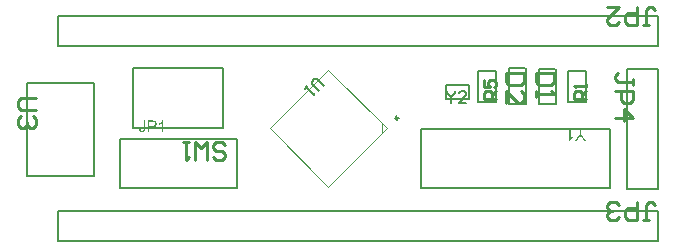
<source format=gbr>
%TF.GenerationSoftware,Altium Limited,Altium Designer,21.4.1 (30)*%
G04 Layer_Color=16711935*
%FSLAX45Y45*%
%MOMM*%
%TF.SameCoordinates,7FD8979F-C22B-4491-80EA-6B84785AAA14*%
%TF.FilePolarity,Positive*%
%TF.FileFunction,Other,Mechanical_1*%
%TF.Part,Single*%
G01*
G75*
%TA.AperFunction,NonConductor*%
%ADD30C,0.20000*%
%ADD48C,0.25000*%
%ADD49C,0.10000*%
%ADD66C,0.25400*%
G36*
X865995Y1143725D02*
Y1143576D01*
Y1143131D01*
Y1142536D01*
Y1141645D01*
X865846Y1140605D01*
Y1139416D01*
X865698Y1136741D01*
X865252Y1133621D01*
X864806Y1130500D01*
X864063Y1127380D01*
X863023Y1124705D01*
X862875Y1124408D01*
X862429Y1123665D01*
X861686Y1122477D01*
X860794Y1120991D01*
X859457Y1119208D01*
X857823Y1117573D01*
X855742Y1115939D01*
X853513Y1114453D01*
X853216Y1114304D01*
X852325Y1113858D01*
X850987Y1113413D01*
X849204Y1112818D01*
X846975Y1112075D01*
X844449Y1111629D01*
X841478Y1111184D01*
X838357Y1111035D01*
X837169D01*
X836277Y1111184D01*
X835237Y1111332D01*
X833900Y1111481D01*
X831076Y1111927D01*
X827956Y1112818D01*
X824687Y1114156D01*
X823052Y1114898D01*
X821567Y1115939D01*
X820081Y1116979D01*
X818743Y1118316D01*
Y1118465D01*
X818446Y1118613D01*
X818149Y1119059D01*
X817703Y1119653D01*
X817109Y1120545D01*
X816663Y1121436D01*
X815920Y1122625D01*
X815326Y1123814D01*
X814731Y1125300D01*
X814137Y1126934D01*
X813543Y1128717D01*
X813097Y1130798D01*
X812651Y1132878D01*
X812354Y1135255D01*
X812205Y1137633D01*
Y1140307D01*
X823795Y1141942D01*
Y1141793D01*
Y1141496D01*
Y1140902D01*
X823944Y1140159D01*
Y1139267D01*
X824093Y1138227D01*
X824538Y1135850D01*
X824984Y1133175D01*
X825727Y1130649D01*
X826767Y1128420D01*
X827362Y1127380D01*
X827956Y1126488D01*
X828105Y1126340D01*
X828699Y1125894D01*
X829442Y1125151D01*
X830631Y1124557D01*
X832116Y1123814D01*
X833900Y1123071D01*
X835980Y1122625D01*
X838357Y1122477D01*
X839249D01*
X840140Y1122625D01*
X841180Y1122774D01*
X842518Y1123071D01*
X844004Y1123368D01*
X845341Y1123962D01*
X846678Y1124705D01*
X846827Y1124854D01*
X847273Y1125151D01*
X847867Y1125597D01*
X848610Y1126340D01*
X849501Y1127083D01*
X850244Y1128123D01*
X850987Y1129312D01*
X851582Y1130649D01*
Y1130798D01*
X851879Y1131392D01*
X852028Y1132283D01*
X852325Y1133621D01*
X852622Y1135404D01*
X852770Y1137484D01*
X853068Y1140010D01*
Y1142982D01*
Y1210293D01*
X865995D01*
Y1143725D01*
D02*
G37*
G36*
X1018300Y1112670D02*
X1006264D01*
Y1189045D01*
X1006115Y1188896D01*
X1005521Y1188302D01*
X1004481Y1187559D01*
X1003144Y1186519D01*
X1001509Y1185182D01*
X999577Y1183844D01*
X997349Y1182210D01*
X994822Y1180724D01*
X994674D01*
X994525Y1180575D01*
X993634Y1179981D01*
X992296Y1179238D01*
X990662Y1178346D01*
X988730Y1177306D01*
X986650Y1176415D01*
X984421Y1175375D01*
X982341Y1174483D01*
Y1186222D01*
X982490D01*
X982787Y1186370D01*
X983381Y1186667D01*
X983975Y1187113D01*
X984867Y1187559D01*
X985907Y1188005D01*
X988285Y1189342D01*
X990959Y1190977D01*
X993931Y1192908D01*
X996903Y1195137D01*
X999726Y1197514D01*
X999875Y1197663D01*
X1000023Y1197812D01*
X1000915Y1198703D01*
X1002252Y1200041D01*
X1003886Y1201675D01*
X1005670Y1203755D01*
X1007453Y1205984D01*
X1009087Y1208362D01*
X1010424Y1210739D01*
X1018300D01*
Y1112670D01*
D02*
G37*
G36*
X929294Y1210145D02*
X931672Y1209996D01*
X934198Y1209847D01*
X936575Y1209550D01*
X938655Y1209253D01*
X938953D01*
X939844Y1208956D01*
X941182Y1208659D01*
X942816Y1208213D01*
X944748Y1207619D01*
X946679Y1206876D01*
X948760Y1205836D01*
X950691Y1204647D01*
X950840Y1204498D01*
X951583Y1204052D01*
X952474Y1203310D01*
X953514Y1202269D01*
X954703Y1200932D01*
X956041Y1199298D01*
X957378Y1197514D01*
X958567Y1195286D01*
X958715Y1194988D01*
X959012Y1194246D01*
X959458Y1193057D01*
X960052Y1191422D01*
X960647Y1189491D01*
X961093Y1187262D01*
X961390Y1184736D01*
X961538Y1182061D01*
Y1181913D01*
Y1181467D01*
Y1180872D01*
X961390Y1179981D01*
X961241Y1178941D01*
X961093Y1177603D01*
X960944Y1176266D01*
X960498Y1174780D01*
X959607Y1171363D01*
X958121Y1167945D01*
X957229Y1166162D01*
X956189Y1164379D01*
X955000Y1162596D01*
X953514Y1160961D01*
X953366Y1160813D01*
X953069Y1160664D01*
X952623Y1160218D01*
X952029Y1159624D01*
X950988Y1159030D01*
X949948Y1158287D01*
X948611Y1157544D01*
X946977Y1156801D01*
X945193Y1155909D01*
X943113Y1155166D01*
X940736Y1154423D01*
X938210Y1153829D01*
X935238Y1153235D01*
X932118Y1152789D01*
X928700Y1152640D01*
X924985Y1152492D01*
X900022D01*
Y1112670D01*
X887095D01*
Y1210293D01*
X927065D01*
X929294Y1210145D01*
D02*
G37*
G36*
X4557267Y1095189D02*
X4594860Y1038874D01*
X4579258D01*
X4559941Y1068443D01*
Y1068592D01*
X4559644Y1068740D01*
X4559347Y1069186D01*
X4559050Y1069780D01*
X4558010Y1071415D01*
X4556672Y1073495D01*
X4555186Y1076021D01*
X4553552Y1078844D01*
X4551769Y1081816D01*
X4549986Y1084937D01*
Y1084788D01*
X4549837Y1084639D01*
X4549540Y1084194D01*
X4549243Y1083599D01*
X4548351Y1081965D01*
X4547014Y1079885D01*
X4545528Y1077359D01*
X4543596Y1074387D01*
X4541516Y1071118D01*
X4539287Y1067700D01*
X4520416Y1038874D01*
X4505409D01*
X4544339Y1095189D01*
Y1136497D01*
X4557267D01*
Y1095189D01*
D02*
G37*
G36*
X4465438Y1060122D02*
X4465587Y1060271D01*
X4466181Y1060865D01*
X4467221Y1061608D01*
X4468558Y1062648D01*
X4470193Y1063985D01*
X4472125Y1065323D01*
X4474354Y1066957D01*
X4476880Y1068443D01*
X4477028D01*
X4477177Y1068592D01*
X4478068Y1069186D01*
X4479406Y1069929D01*
X4481040Y1070821D01*
X4482972Y1071861D01*
X4485052Y1072752D01*
X4487281Y1073792D01*
X4489361Y1074684D01*
Y1062945D01*
X4489213D01*
X4488915Y1062797D01*
X4488321Y1062500D01*
X4487727Y1062054D01*
X4486835Y1061608D01*
X4485795Y1061162D01*
X4483418Y1059825D01*
X4480743Y1058190D01*
X4477771Y1056259D01*
X4474799Y1054030D01*
X4471976Y1051652D01*
X4471827Y1051504D01*
X4471679Y1051355D01*
X4470787Y1050464D01*
X4469450Y1049126D01*
X4467816Y1047492D01*
X4466032Y1045412D01*
X4464249Y1043183D01*
X4462615Y1040805D01*
X4461278Y1038428D01*
X4453402D01*
Y1136497D01*
X4465438D01*
Y1060122D01*
D02*
G37*
%LPC*%
G36*
X927808Y1198852D02*
X900022D01*
Y1163933D01*
X926323D01*
X927214Y1164082D01*
X928254D01*
X929294Y1164230D01*
X931969Y1164528D01*
X934941Y1165122D01*
X937913Y1165865D01*
X940587Y1167054D01*
X941776Y1167796D01*
X942816Y1168539D01*
X943113Y1168688D01*
X943708Y1169431D01*
X944450Y1170471D01*
X945491Y1171957D01*
X946531Y1173740D01*
X947274Y1175969D01*
X947868Y1178644D01*
X948165Y1181615D01*
Y1181913D01*
Y1182655D01*
X948017Y1183844D01*
X947719Y1185330D01*
X947422Y1186965D01*
X946828Y1188748D01*
X946085Y1190531D01*
X945045Y1192165D01*
X944896Y1192314D01*
X944450Y1192908D01*
X943856Y1193651D01*
X942816Y1194543D01*
X941627Y1195434D01*
X940290Y1196474D01*
X938655Y1197217D01*
X936872Y1197960D01*
X936724D01*
X936278Y1198109D01*
X935386Y1198257D01*
X934198Y1198406D01*
X932563Y1198555D01*
X930483Y1198703D01*
X927808Y1198852D01*
D02*
G37*
%LPD*%
D30*
X4945380Y632460D02*
Y1648460D01*
X5204460D01*
Y632460D02*
Y1648460D01*
X4945380Y632460D02*
X5204460D01*
X5181600Y444500D02*
X5207000D01*
Y190500D02*
Y444500D01*
X127000Y190500D02*
Y444500D01*
X5181600D01*
X127000Y190500D02*
X5207000D01*
X127000Y1841500D02*
X5207000D01*
X127000Y2095500D02*
X5181600D01*
X127000Y1841500D02*
Y2095500D01*
X5207000Y1841500D02*
Y2095500D01*
X5181600D02*
X5207000D01*
X762000Y1333500D02*
Y1651000D01*
Y1143000D02*
Y1460500D01*
Y1143000D02*
X1524000D01*
Y1651000D01*
X762000D02*
X1524000D01*
X-140000Y1531000D02*
X427000D01*
X-140000Y741000D02*
Y1531000D01*
Y741000D02*
X427000D01*
Y1531000D01*
X4521200Y1363860D02*
X4597400D01*
Y1366400D02*
Y1630680D01*
X4445000D02*
X4597400D01*
X4445000Y1366400D02*
Y1630680D01*
Y1363860D02*
X4521200D01*
X4264660Y1649680D02*
X4335780Y1649800D01*
X4338320Y1347540D02*
Y1649800D01*
X4196080Y1347540D02*
X4335780D01*
X4196080D02*
Y1649796D01*
X4264660Y1649680D01*
X4010660Y1650880D02*
X4081780Y1651000D01*
X4084320Y1348740D02*
Y1651000D01*
X3942080Y1348740D02*
X4081780D01*
X3942080D02*
Y1650996D01*
X4010660Y1650880D01*
X3759200Y1363860D02*
X3835400D01*
Y1366400D02*
Y1630680D01*
X3683000D02*
X3835400D01*
X3683000Y1366400D02*
Y1630680D01*
Y1363860D02*
X3759200D01*
X3409080Y1387800D02*
Y1507800D01*
Y1387800D02*
X3609080D01*
Y1507800D01*
X3409080D02*
X3609080D01*
X647700Y635000D02*
Y1056640D01*
Y635000D02*
X1640840D01*
X647700Y1056640D02*
X1640840D01*
Y635000D02*
Y1056640D01*
X4800600Y890460D02*
Y1140460D01*
X3199560Y1140544D02*
X4799760Y1141920D01*
X3199560Y640376D02*
Y1140544D01*
Y640376D02*
X4799760Y639000D01*
X4800600Y640460D02*
Y890460D01*
X2379089Y1504243D02*
X2320183Y1563150D01*
X2296620D01*
X2273057Y1539587D01*
Y1516025D01*
X2331964Y1457118D01*
X2237713Y1504243D02*
X2214151Y1480681D01*
X2225932Y1492462D01*
X2296620Y1421774D01*
Y1445337D01*
X3417321Y1458548D02*
Y1441886D01*
X3450643Y1408564D01*
X3483966Y1441886D01*
Y1458548D01*
X3450643Y1408564D02*
Y1358580D01*
X3583933D02*
X3517288D01*
X3583933Y1425225D01*
Y1441886D01*
X3567272Y1458548D01*
X3533950D01*
X3517288Y1441886D01*
D48*
X3007095Y1229621D02*
G03*
X3007095Y1229621I-12500J0D01*
G01*
D49*
X2872619Y1107644D02*
Y1178356D01*
X2413000Y1637975D02*
X2907975Y1143000D01*
X1918025D02*
X2413000Y1637975D01*
X1918025Y1143000D02*
X2413000Y648025D01*
X2907975Y1143000D01*
D66*
X4996164Y1506253D02*
Y1557037D01*
Y1531645D01*
X4869205D01*
X4843814Y1557037D01*
Y1582428D01*
X4869205Y1607820D01*
X4843814Y1455469D02*
X4996164D01*
Y1379294D01*
X4970772Y1353902D01*
X4919989D01*
X4894597Y1379294D01*
Y1455469D01*
X4843814Y1226943D02*
X4996164D01*
X4919989Y1303119D01*
Y1201551D01*
X5080034Y368315D02*
X5130818D01*
X5105426D01*
Y495274D01*
X5130818Y520665D01*
X5156209D01*
X5181601Y495274D01*
X5029250Y520665D02*
Y368315D01*
X4953075D01*
X4927683Y393707D01*
Y444490D01*
X4953075Y469882D01*
X5029250D01*
X4876900Y393707D02*
X4851508Y368315D01*
X4800724D01*
X4775332Y393707D01*
Y419098D01*
X4800724Y444490D01*
X4826116D01*
X4800724D01*
X4775332Y469882D01*
Y495274D01*
X4800724Y520665D01*
X4851508D01*
X4876900Y495274D01*
X5080034Y2019315D02*
X5130818D01*
X5105426D01*
Y2146274D01*
X5130818Y2171665D01*
X5156209D01*
X5181601Y2146274D01*
X5029250Y2171665D02*
Y2019315D01*
X4953075D01*
X4927683Y2044707D01*
Y2095490D01*
X4953075Y2120882D01*
X5029250D01*
X4775332Y2171665D02*
X4876900D01*
X4775332Y2070098D01*
Y2044707D01*
X4800724Y2019315D01*
X4851508D01*
X4876900Y2044707D01*
X-63816Y1401460D02*
X-190775D01*
X-216167Y1376068D01*
Y1325284D01*
X-190775Y1299892D01*
X-63816D01*
X-89208Y1249109D02*
X-63816Y1223717D01*
Y1172934D01*
X-89208Y1147542D01*
X-114599D01*
X-139991Y1172934D01*
Y1198326D01*
Y1172934D01*
X-165383Y1147542D01*
X-190775D01*
X-216167Y1172934D01*
Y1223717D01*
X-190775Y1249109D01*
X4594860Y1389380D02*
X4494892D01*
Y1439364D01*
X4511554Y1456025D01*
X4544876D01*
X4561537Y1439364D01*
Y1389380D01*
Y1422703D02*
X4594860Y1456025D01*
Y1489348D02*
Y1522670D01*
Y1506009D01*
X4494892D01*
X4511554Y1489348D01*
X4325571Y1611700D02*
X4173220D01*
Y1535525D01*
X4198612Y1510133D01*
X4300179D01*
X4325571Y1535525D01*
Y1611700D01*
X4173220Y1459349D02*
Y1408566D01*
Y1433958D01*
X4325571D01*
X4300179Y1459349D01*
X4071571Y1612900D02*
X3919220D01*
Y1536725D01*
X3944612Y1511333D01*
X4046179D01*
X4071571Y1536725D01*
Y1612900D01*
X3919220Y1358982D02*
Y1460549D01*
X4020787Y1358982D01*
X4046179D01*
X4071571Y1384374D01*
Y1435157D01*
X4046179Y1460549D01*
X3832860Y1389380D02*
X3732892D01*
Y1439364D01*
X3749554Y1456025D01*
X3782876D01*
X3799537Y1439364D01*
Y1389380D01*
Y1422703D02*
X3832860Y1456025D01*
X3732892Y1555993D02*
Y1489348D01*
X3782876D01*
X3766215Y1522670D01*
Y1539332D01*
X3782876Y1555993D01*
X3816199D01*
X3832860Y1539332D01*
Y1506009D01*
X3816199Y1489348D01*
X1435133Y896661D02*
X1460525Y871269D01*
X1511308D01*
X1536700Y896661D01*
Y922053D01*
X1511308Y947445D01*
X1460525D01*
X1435133Y972837D01*
Y998228D01*
X1460525Y1023620D01*
X1511308D01*
X1536700Y998228D01*
X1384349Y871269D02*
Y1023620D01*
X1333566Y972837D01*
X1282782Y1023620D01*
Y871269D01*
X1231999Y1023620D02*
X1181215D01*
X1206607D01*
Y871269D01*
X1231999Y896661D01*
%TF.MD5,7cb52aada9796ae8a410572b068ce4da*%
M02*

</source>
